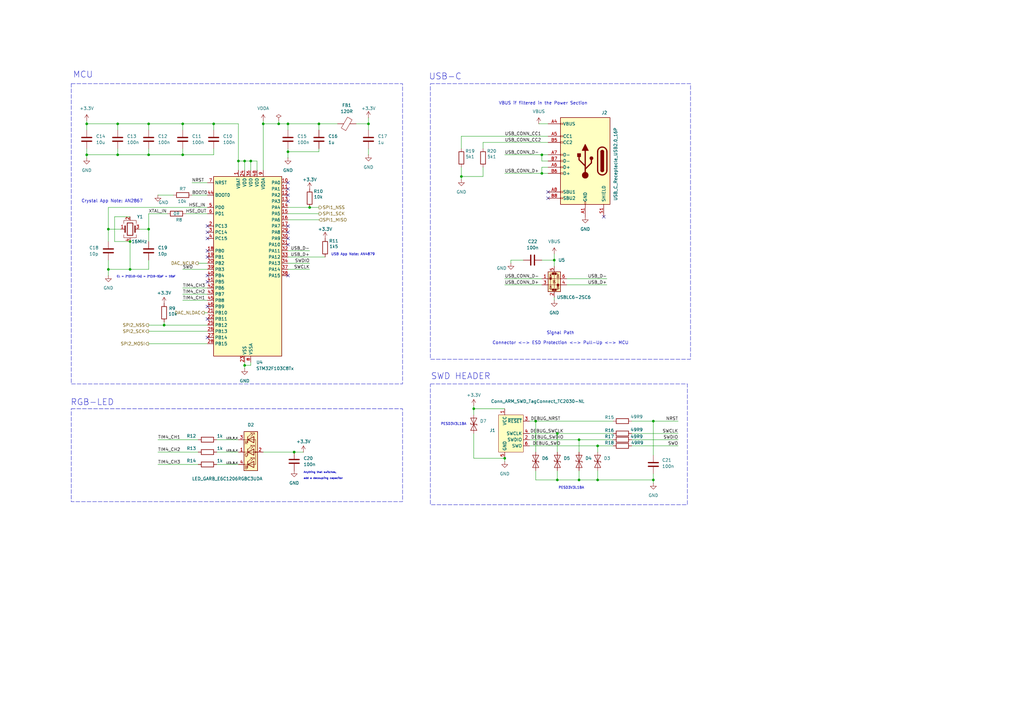
<source format=kicad_sch>
(kicad_sch (version 20231120) (generator "eeschema") (generator_version "8.0")
  (paper "A3")
  (lib_symbols
    (symbol "Connector:Conn_ARM_SWD_TagConnect_TC2030-NL" (in_bom no)
      (property "Reference" "J" (at 2.54 11.43 0))
      (property "Value" "Conn_ARM_SWD_TagConnect_TC2030-NL" (at 2.54 8.89 0))
      (symbol "Conn_ARM_SWD_TagConnect_TC2030-NL_0_0"
        (pin power_in line (at -2.54 10.16 270) (length 2.54) (name "VCC") (number "1"))
        (pin bidirectional line (at 7.62 -2.54 180) (length 2.54) (name "SWDIO") (number "2"))
        (pin open_collector line (at 7.62 5.08 180) (length 2.54) (name "~{RESET}") (number "3"))
        (pin output line (at 7.62 0 180) (length 2.54) (name "SWCLK") (number "4"))
        (pin power_in line (at -2.54 -10.16 90) (length 2.54) (name "GND") (number "5"))
        (pin input line (at 7.62 -5.08 180) (length 2.54) (name "SWO") (number "6"))
      )
      (symbol "Conn_ARM_SWD_TagConnect_TC2030-NL_0_1"
        (rectangle (start -5.08 7.62) (end 5.08 -7.62) (fill (type background)))
      )
    )
    (symbol "Connector:USB_C_Receptacle_USB2.0_16P" (pin_names (offset 1.016))
      (property "Reference" "J" (at 0 22.225 0))
      (property "Value" "USB_C_Receptacle_USB2.0_16P" (at 0 19.685 0))
      (symbol "USB_C_Receptacle_USB2.0_16P_0_0"
        (rectangle (start -0.254 -17.78) (end 0.254 -16.764))
        (rectangle (start 10.16 -14.986) (end 9.144 -15.494))
        (rectangle (start 10.16 -12.446) (end 9.144 -12.954))
        (rectangle (start 10.16 -4.826) (end 9.144 -5.334))
        (rectangle (start 10.16 -2.286) (end 9.144 -2.794))
        (rectangle (start 10.16 0.254) (end 9.144 -0.254))
        (rectangle (start 10.16 2.794) (end 9.144 2.286))
        (rectangle (start 10.16 7.874) (end 9.144 7.366))
        (rectangle (start 10.16 10.414) (end 9.144 9.906))
        (rectangle (start 10.16 15.494) (end 9.144 14.986))
      )
      (symbol "USB_C_Receptacle_USB2.0_16P_0_1"
        (rectangle (start -10.16 17.78) (end 10.16 -17.78) (stroke (width 0.254)) (fill (type background)))
        (arc (start -8.89 -3.81) (mid -6.985 -5.7067) (end -5.08 -3.81) (stroke (width 0.508)))
        (arc (start -7.62 -3.81) (mid -6.985 -4.4423) (end -6.35 -3.81) (stroke (width 0.254)))
        (arc (start -7.62 -3.81) (mid -6.985 -4.4423) (end -6.35 -3.81) (stroke (width 0.254)) (fill (type outline)))
        (rectangle (start -7.62 -3.81) (end -6.35 3.81) (stroke (width 0.254)) (fill (type outline)))
        (arc (start -6.35 3.81) (mid -6.985 4.4423) (end -7.62 3.81) (stroke (width 0.254)))
        (arc (start -6.35 3.81) (mid -6.985 4.4423) (end -7.62 3.81) (stroke (width 0.254)) (fill (type outline)))
        (arc (start -5.08 3.81) (mid -6.985 5.7067) (end -8.89 3.81) (stroke (width 0.508)))
        (circle (center -2.54 1.143) (radius 0.635) (stroke (width 0.254)) (fill (type outline)))
        (circle (center 0 -5.842) (radius 1.27) (fill (type outline)))
        (polyline (pts (xy -8.89 -3.81) (xy -8.89 3.81)) (stroke (width 0.508)))
        (polyline (pts (xy -5.08 3.81) (xy -5.08 -3.81)) (stroke (width 0.508)))
        (polyline (pts (xy 0 -5.842) (xy 0 4.318)) (stroke (width 0.508)))
        (polyline (pts (xy 0 -3.302) (xy -2.54 -0.762) (xy -2.54 0.508)) (stroke (width 0.508)))
        (polyline (pts (xy 0 -2.032) (xy 2.54 0.508) (xy 2.54 1.778)) (stroke (width 0.508)))
        (polyline (pts (xy -1.27 4.318) (xy 0 6.858) (xy 1.27 4.318) (xy -1.27 4.318)) (stroke (width 0.254)) (fill (type outline)))
        (rectangle (start 1.905 1.778) (end 3.175 3.048) (stroke (width 0.254)) (fill (type outline)))
      )
      (symbol "USB_C_Receptacle_USB2.0_16P_1_1"
        (pin passive line (at 0 -22.86 90) (length 5.08) (name "GND") (number "A1"))
        (pin passive line (at 0 -22.86 90) (length 5.08) hide (name "GND") (number "A12"))
        (pin passive line (at 15.24 15.24 180) (length 5.08) (name "VBUS") (number "A4"))
        (pin bidirectional line (at 15.24 10.16 180) (length 5.08) (name "CC1") (number "A5"))
        (pin bidirectional line (at 15.24 -2.54 180) (length 5.08) (name "D+") (number "A6"))
        (pin bidirectional line (at 15.24 2.54 180) (length 5.08) (name "D-") (number "A7"))
        (pin bidirectional line (at 15.24 -12.7 180) (length 5.08) (name "SBU1") (number "A8"))
        (pin passive line (at 15.24 15.24 180) (length 5.08) hide (name "VBUS") (number "A9"))
        (pin passive line (at 0 -22.86 90) (length 5.08) hide (name "GND") (number "B1"))
        (pin passive line (at 0 -22.86 90) (length 5.08) hide (name "GND") (number "B12"))
        (pin passive line (at 15.24 15.24 180) (length 5.08) hide (name "VBUS") (number "B4"))
        (pin bidirectional line (at 15.24 7.62 180) (length 5.08) (name "CC2") (number "B5"))
        (pin bidirectional line (at 15.24 -5.08 180) (length 5.08) (name "D+") (number "B6"))
        (pin bidirectional line (at 15.24 0 180) (length 5.08) (name "D-") (number "B7"))
        (pin bidirectional line (at 15.24 -15.24 180) (length 5.08) (name "SBU2") (number "B8"))
        (pin passive line (at 15.24 15.24 180) (length 5.08) hide (name "VBUS") (number "B9"))
        (pin passive line (at -7.62 -22.86 90) (length 5.08) (name "SHIELD") (number "S1"))
      )
    )
    (symbol "Device:C" (pin_numbers hide) (pin_names (offset 0.254))
      (property "Reference" "C" (at 0.635 2.54 0))
      (property "Value" "C" (at 0.635 -2.54 0))
      (symbol "C_0_1"
        (polyline (pts (xy -2.032 -0.762) (xy 2.032 -0.762)) (stroke (width 0.508)))
        (polyline (pts (xy -2.032 0.762) (xy 2.032 0.762)) (stroke (width 0.508)))
      )
      (symbol "C_1_1"
        (pin passive line (at 0 3.81 270) (length 2.794) (name "~") (number "1"))
        (pin passive line (at 0 -3.81 90) (length 2.794) (name "~") (number "2"))
      )
    )
    (symbol "Device:Crystal_GND24" (pin_names (offset 1.016) hide)
      (property "Reference" "Y" (at 3.175 5.08 0))
      (property "Value" "Crystal_GND24" (at 3.175 3.175 0))
      (symbol "Crystal_GND24_0_1"
        (rectangle (start -1.143 2.54) (end 1.143 -2.54) (stroke (width 0.3048)))
        (polyline (pts (xy -2.54 0) (xy -2.032 0)))
        (polyline (pts (xy -2.032 -1.27) (xy -2.032 1.27)) (stroke (width 0.508)))
        (polyline (pts (xy 0 -3.81) (xy 0 -3.556)))
        (polyline (pts (xy 0 3.556) (xy 0 3.81)))
        (polyline (pts (xy 2.032 -1.27) (xy 2.032 1.27)) (stroke (width 0.508)))
        (polyline (pts (xy 2.032 0) (xy 2.54 0)))
        (polyline (pts (xy -2.54 -2.286) (xy -2.54 -3.556) (xy 2.54 -3.556) (xy 2.54 -2.286)))
        (polyline (pts (xy -2.54 2.286) (xy -2.54 3.556) (xy 2.54 3.556) (xy 2.54 2.286)))
      )
      (symbol "Crystal_GND24_1_1"
        (pin passive line (at -3.81 0 0) (length 1.27) (name "1") (number "1"))
        (pin passive line (at 0 5.08 270) (length 1.27) (name "2") (number "2"))
        (pin passive line (at 3.81 0 180) (length 1.27) (name "3") (number "3"))
        (pin passive line (at 0 -5.08 90) (length 1.27) (name "4") (number "4"))
      )
    )
    (symbol "Device:FerriteBead" (pin_numbers hide) (pin_names (offset 0))
      (property "Reference" "FB" (at -3.81 0.635 90))
      (property "Value" "FerriteBead" (at 3.81 0 90))
      (symbol "FerriteBead_0_1"
        (polyline (pts (xy 0 -1.27) (xy 0 -1.2192)))
        (polyline (pts (xy 0 1.27) (xy 0 1.2954)))
        (polyline (pts (xy -2.7686 0.4064) (xy -1.7018 2.2606) (xy 2.7686 -0.3048) (xy 1.6764 -2.159) (xy -2.7686 0.4064)))
      )
      (symbol "FerriteBead_1_1"
        (pin passive line (at 0 3.81 270) (length 2.54) (name "~") (number "1"))
        (pin passive line (at 0 -3.81 90) (length 2.54) (name "~") (number "2"))
      )
    )
    (symbol "Device:LED_GARB" (pin_names (offset 0) hide)
      (property "Reference" "D" (at 0 9.398 0))
      (property "Value" "LED_GARB" (at 0 -8.89 0))
      (symbol "LED_GARB_0_0"
        (text "B" (at -1.905 -6.35 0) (effects (font (size 1.27 1.27))))
        (text "G" (at -1.905 -1.27 0) (effects (font (size 1.27 1.27))))
        (text "R" (at -1.905 3.81 0) (effects (font (size 1.27 1.27))))
      )
      (symbol "LED_GARB_0_1"
        (polyline (pts (xy -1.27 -5.08) (xy -2.54 -5.08)))
        (polyline (pts (xy -1.27 -5.08) (xy 1.27 -5.08)))
        (polyline (pts (xy -1.27 -3.81) (xy -1.27 -6.35)) (stroke (width 0.254)))
        (polyline (pts (xy -1.27 0) (xy -2.54 0)))
        (polyline (pts (xy -1.27 1.27) (xy -1.27 -1.27)) (stroke (width 0.254)))
        (polyline (pts (xy -1.27 5.08) (xy -2.54 5.08)))
        (polyline (pts (xy -1.27 5.08) (xy 1.27 5.08)))
        (polyline (pts (xy -1.27 6.35) (xy -1.27 3.81)) (stroke (width 0.254)))
        (polyline (pts (xy 1.27 0) (xy -1.27 0)))
        (polyline (pts (xy 1.27 0) (xy 2.54 0)))
        (polyline (pts (xy -1.27 1.27) (xy -1.27 -1.27) (xy -1.27 -1.27)))
        (polyline (pts (xy -1.27 6.35) (xy -1.27 3.81) (xy -1.27 3.81)))
        (polyline (pts (xy 1.27 -5.08) (xy 2.032 -5.08) (xy 2.032 5.08) (xy 1.27 5.08)))
        (polyline (pts (xy 1.27 -3.81) (xy 1.27 -6.35) (xy -1.27 -5.08) (xy 1.27 -3.81)) (stroke (width 0.254)))
        (polyline (pts (xy 1.27 1.27) (xy 1.27 -1.27) (xy -1.27 0) (xy 1.27 1.27)) (stroke (width 0.254)))
        (polyline (pts (xy 1.27 6.35) (xy 1.27 3.81) (xy -1.27 5.08) (xy 1.27 6.35)) (stroke (width 0.254)))
        (polyline (pts (xy -1.016 -3.81) (xy 0.508 -2.286) (xy -0.254 -2.286) (xy 0.508 -2.286) (xy 0.508 -3.048)))
        (polyline (pts (xy -1.016 1.27) (xy 0.508 2.794) (xy -0.254 2.794) (xy 0.508 2.794) (xy 0.508 2.032)))
        (polyline (pts (xy -1.016 6.35) (xy 0.508 7.874) (xy -0.254 7.874) (xy 0.508 7.874) (xy 0.508 7.112)))
        (polyline (pts (xy 0 -3.81) (xy 1.524 -2.286) (xy 0.762 -2.286) (xy 1.524 -2.286) (xy 1.524 -3.048)))
        (polyline (pts (xy 0 1.27) (xy 1.524 2.794) (xy 0.762 2.794) (xy 1.524 2.794) (xy 1.524 2.032)))
        (polyline (pts (xy 0 6.35) (xy 1.524 7.874) (xy 0.762 7.874) (xy 1.524 7.874) (xy 1.524 7.112)))
        (rectangle (start 1.27 -1.27) (end 1.27 1.27))
        (rectangle (start 1.27 1.27) (end 1.27 1.27))
        (rectangle (start 1.27 3.81) (end 1.27 6.35))
        (rectangle (start 1.27 6.35) (end 1.27 6.35))
        (circle (center 2.032 0) (radius 0.254) (fill (type outline)))
        (rectangle (start 2.794 8.382) (end -2.794 -7.62) (stroke (width 0.254)) (fill (type background)))
      )
      (symbol "LED_GARB_1_1"
        (pin passive line (at -5.08 0 0) (length 2.54) (name "GK") (number "1"))
        (pin passive line (at 5.08 0 180) (length 2.54) (name "A") (number "2"))
        (pin passive line (at -5.08 5.08 0) (length 2.54) (name "RK") (number "3"))
        (pin passive line (at -5.08 -5.08 0) (length 2.54) (name "BK") (number "4"))
      )
    )
    (symbol "Device:R" (pin_numbers hide) (pin_names (offset 0))
      (property "Reference" "R" (at 2.032 0 90))
      (property "Value" "R" (at 0 0 90))
      (symbol "R_0_1"
        (rectangle (start -1.016 -2.54) (end 1.016 2.54) (stroke (width 0.254)))
      )
      (symbol "R_1_1"
        (pin passive line (at 0 3.81 270) (length 1.27) (name "~") (number "1"))
        (pin passive line (at 0 -3.81 90) (length 1.27) (name "~") (number "2"))
      )
    )
    (symbol "Diode:ESD9B3.3ST5G" (pin_numbers hide) (pin_names (offset 1.016) hide)
      (property "Reference" "D" (at 0 2.54 0))
      (property "Value" "ESD9B3.3ST5G" (at 0 -2.54 0))
      (symbol "ESD9B3.3ST5G_0_1"
        (polyline (pts (xy 1.27 0) (xy -1.27 0)))
        (polyline (pts (xy -2.54 -1.27) (xy 0 0) (xy -2.54 1.27) (xy -2.54 -1.27)) (stroke (width 0.2032)))
        (polyline (pts (xy 0.508 1.27) (xy 0 1.27) (xy 0 -1.27) (xy -0.508 -1.27)) (stroke (width 0.2032)))
        (polyline (pts (xy 2.54 1.27) (xy 2.54 -1.27) (xy 0 0) (xy 2.54 1.27)) (stroke (width 0.2032)))
      )
      (symbol "ESD9B3.3ST5G_1_1"
        (pin passive line (at -3.81 0 0) (length 2.54) (name "A1") (number "1"))
        (pin passive line (at 3.81 0 180) (length 2.54) (name "A2") (number "2"))
      )
    )
    (symbol "MCU_ST_STM32F1:STM32F103C8Tx"
      (property "Reference" "U" (at -12.7 39.37 0))
      (property "Value" "STM32F103C8Tx" (at 10.16 39.37 0))
      (symbol "STM32F103C8Tx_0_1"
        (rectangle (start -12.7 -35.56) (end 15.24 38.1) (stroke (width 0.254)) (fill (type background)))
      )
      (symbol "STM32F103C8Tx_1_1"
        (pin power_in line (at -2.54 40.64 270) (length 2.54) (name "VBAT") (number "1"))
        (pin bidirectional line (at 17.78 35.56 180) (length 2.54) (name "PA0") (number "10"))
        (pin bidirectional line (at 17.78 33.02 180) (length 2.54) (name "PA1") (number "11"))
        (pin bidirectional line (at 17.78 30.48 180) (length 2.54) (name "PA2") (number "12"))
        (pin bidirectional line (at 17.78 27.94 180) (length 2.54) (name "PA3") (number "13"))
        (pin bidirectional line (at 17.78 25.4 180) (length 2.54) (name "PA4") (number "14"))
        (pin bidirectional line (at 17.78 22.86 180) (length 2.54) (name "PA5") (number "15"))
        (pin bidirectional line (at 17.78 20.32 180) (length 2.54) (name "PA6") (number "16"))
        (pin bidirectional line (at 17.78 17.78 180) (length 2.54) (name "PA7") (number "17"))
        (pin bidirectional line (at -15.24 7.62 0) (length 2.54) (name "PB0") (number "18"))
        (pin bidirectional line (at -15.24 5.08 0) (length 2.54) (name "PB1") (number "19"))
        (pin bidirectional line (at -15.24 17.78 0) (length 2.54) (name "PC13") (number "2"))
        (pin bidirectional line (at -15.24 2.54 0) (length 2.54) (name "PB2") (number "20"))
        (pin bidirectional line (at -15.24 -17.78 0) (length 2.54) (name "PB10") (number "21"))
        (pin bidirectional line (at -15.24 -20.32 0) (length 2.54) (name "PB11") (number "22"))
        (pin power_in line (at 0 -38.1 90) (length 2.54) (name "VSS") (number "23"))
        (pin power_in line (at 0 40.64 270) (length 2.54) (name "VDD") (number "24"))
        (pin bidirectional line (at -15.24 -22.86 0) (length 2.54) (name "PB12") (number "25"))
        (pin bidirectional line (at -15.24 -25.4 0) (length 2.54) (name "PB13") (number "26"))
        (pin bidirectional line (at -15.24 -27.94 0) (length 2.54) (name "PB14") (number "27"))
        (pin bidirectional line (at -15.24 -30.48 0) (length 2.54) (name "PB15") (number "28"))
        (pin bidirectional line (at 17.78 15.24 180) (length 2.54) (name "PA8") (number "29"))
        (pin bidirectional line (at -15.24 15.24 0) (length 2.54) (name "PC14") (number "3"))
        (pin bidirectional line (at 17.78 12.7 180) (length 2.54) (name "PA9") (number "30"))
        (pin bidirectional line (at 17.78 10.16 180) (length 2.54) (name "PA10") (number "31"))
        (pin bidirectional line (at 17.78 7.62 180) (length 2.54) (name "PA11") (number "32"))
        (pin bidirectional line (at 17.78 5.08 180) (length 2.54) (name "PA12") (number "33"))
        (pin bidirectional line (at 17.78 2.54 180) (length 2.54) (name "PA13") (number "34"))
        (pin passive line (at 0 -38.1 90) (length 2.54) hide (name "VSS") (number "35"))
        (pin power_in line (at 2.54 40.64 270) (length 2.54) (name "VDD") (number "36"))
        (pin bidirectional line (at 17.78 0 180) (length 2.54) (name "PA14") (number "37"))
        (pin bidirectional line (at 17.78 -2.54 180) (length 2.54) (name "PA15") (number "38"))
        (pin bidirectional line (at -15.24 0 0) (length 2.54) (name "PB3") (number "39"))
        (pin bidirectional line (at -15.24 12.7 0) (length 2.54) (name "PC15") (number "4"))
        (pin bidirectional line (at -15.24 -2.54 0) (length 2.54) (name "PB4") (number "40"))
        (pin bidirectional line (at -15.24 -5.08 0) (length 2.54) (name "PB5") (number "41"))
        (pin bidirectional line (at -15.24 -7.62 0) (length 2.54) (name "PB6") (number "42"))
        (pin bidirectional line (at -15.24 -10.16 0) (length 2.54) (name "PB7") (number "43"))
        (pin input line (at -15.24 30.48 0) (length 2.54) (name "BOOT0") (number "44"))
        (pin bidirectional line (at -15.24 -12.7 0) (length 2.54) (name "PB8") (number "45"))
        (pin bidirectional line (at -15.24 -15.24 0) (length 2.54) (name "PB9") (number "46"))
        (pin passive line (at 0 -38.1 90) (length 2.54) hide (name "VSS") (number "47"))
        (pin power_in line (at 5.08 40.64 270) (length 2.54) (name "VDD") (number "48"))
        (pin bidirectional line (at -15.24 25.4 0) (length 2.54) (name "PD0") (number "5"))
        (pin bidirectional line (at -15.24 22.86 0) (length 2.54) (name "PD1") (number "6"))
        (pin input line (at -15.24 35.56 0) (length 2.54) (name "NRST") (number "7"))
        (pin power_in line (at 2.54 -38.1 90) (length 2.54) (name "VSSA") (number "8"))
        (pin power_in line (at 7.62 40.64 270) (length 2.54) (name "VDDA") (number "9"))
      )
    )
    (symbol "Power_Protection:USBLC6-2SC6" (pin_names hide)
      (property "Reference" "U" (at 0.635 5.715 0))
      (property "Value" "USBLC6-2SC6" (at 0.635 3.81 0))
      (symbol "USBLC6-2SC6_0_0"
        (circle (center -1.524 0) (radius 0.0001) (stroke (width 0.508)))
        (circle (center -0.508 -4.572) (radius 0.0001) (stroke (width 0.508)))
        (circle (center -0.508 2.032) (radius 0.0001) (stroke (width 0.508)))
        (circle (center 0.508 -4.572) (radius 0.0001) (stroke (width 0.508)))
        (circle (center 0.508 2.032) (radius 0.0001) (stroke (width 0.508)))
        (circle (center 1.524 -2.54) (radius 0.0001) (stroke (width 0.508)))
      )
      (symbol "USBLC6-2SC6_0_1"
        (polyline (pts (xy -2.54 -2.54) (xy 2.54 -2.54)))
        (polyline (pts (xy -2.54 0) (xy 2.54 0)))
        (polyline (pts (xy -2.032 -3.048) (xy -1.016 -3.048)))
        (polyline (pts (xy -1.016 1.524) (xy -2.032 1.524)))
        (polyline (pts (xy 1.016 -3.048) (xy 2.032 -3.048)))
        (polyline (pts (xy 1.016 1.524) (xy 2.032 1.524)))
        (polyline (pts (xy -0.508 -1.143) (xy -0.508 -0.762) (xy 0.508 -0.762)))
        (polyline (pts (xy -2.032 0.508) (xy -1.016 0.508) (xy -1.524 1.524) (xy -2.032 0.508)))
        (polyline (pts (xy -1.016 -4.064) (xy -2.032 -4.064) (xy -1.524 -3.048) (xy -1.016 -4.064)))
        (polyline (pts (xy 0.508 -1.778) (xy -0.508 -1.778) (xy 0 -0.762) (xy 0.508 -1.778)))
        (polyline (pts (xy 2.032 -4.064) (xy 1.016 -4.064) (xy 1.524 -3.048) (xy 2.032 -4.064)))
        (polyline (pts (xy 2.032 0.508) (xy 1.016 0.508) (xy 1.524 1.524) (xy 2.032 0.508)))
        (polyline (pts (xy 0 2.54) (xy -0.508 2.032) (xy 0.508 2.032) (xy 0 1.524) (xy 0 -4.064) (xy -0.508 -4.572) (xy 0.508 -4.572) (xy 0 -5.08)))
      )
      (symbol "USBLC6-2SC6_1_1"
        (rectangle (start -2.54 2.794) (end 2.54 -5.334) (stroke (width 0.254)) (fill (type background)))
        (polyline (pts (xy -0.508 2.032) (xy -1.524 2.032) (xy -1.524 -4.572) (xy -0.508 -4.572)))
        (polyline (pts (xy 0.508 -4.572) (xy 1.524 -4.572) (xy 1.524 2.032) (xy 0.508 2.032)))
        (pin passive line (at -5.08 0 0) (length 2.54) (name "I/O1") (number "1"))
        (pin passive line (at 0 -7.62 90) (length 2.54) (name "GND") (number "2"))
        (pin passive line (at -5.08 -2.54 0) (length 2.54) (name "I/O2") (number "3"))
        (pin passive line (at 5.08 -2.54 180) (length 2.54) (name "I/O2") (number "4"))
        (pin passive line (at 0 5.08 270) (length 2.54) (name "VBUS") (number "5"))
        (pin passive line (at 5.08 0 180) (length 2.54) (name "I/O1") (number "6"))
      )
    )
    (symbol "power:+3.3V" (power) (pin_numbers hide) (pin_names (offset 0) hide)
      (property "Value" "+3.3V" (at 0 3.556 0))
      (symbol "+3.3V_0_1"
        (polyline (pts (xy -0.762 1.27) (xy 0 2.54)))
        (polyline (pts (xy 0 0) (xy 0 2.54)))
        (polyline (pts (xy 0 2.54) (xy 0.762 1.27)))
      )
      (symbol "+3.3V_1_1"
        (pin power_in line (at 0 0 90) (length 0) (name "~") (number "1"))
      )
    )
    (symbol "power:GND" (power) (pin_numbers hide) (pin_names (offset 0) hide)
      (property "Value" "GND" (at 0 -3.81 0))
      (symbol "GND_0_1"
        (polyline (pts (xy 0 0) (xy 0 -1.27) (xy 1.27 -1.27) (xy 0 -2.54) (xy -1.27 -1.27) (xy 0 -1.27)))
      )
      (symbol "GND_1_1"
        (pin power_in line (at 0 0 270) (length 0) (name "~") (number "1"))
      )
    )
    (symbol "power:PWR_FLAG" (power) (pin_numbers hide) (pin_names (offset 0) hide)
      (property "Value" "PWR_FLAG" (at 0 3.81 0))
      (symbol "PWR_FLAG_0_0"
        (pin power_out line (at 0 0 90) (length 0) (name "~") (number "1"))
      )
      (symbol "PWR_FLAG_0_1"
        (polyline (pts (xy 0 0) (xy 0 1.27) (xy -1.016 1.905) (xy 0 2.54) (xy 1.016 1.905) (xy 0 1.27)))
      )
    )
    (symbol "power:VBUS" (power) (pin_numbers hide) (pin_names (offset 0) hide)
      (property "Value" "VBUS" (at 0 3.556 0))
      (symbol "VBUS_0_1"
        (polyline (pts (xy -0.762 1.27) (xy 0 2.54)))
        (polyline (pts (xy 0 0) (xy 0 2.54)))
        (polyline (pts (xy 0 2.54) (xy 0.762 1.27)))
      )
      (symbol "VBUS_1_1"
        (pin power_in line (at 0 0 90) (length 0) (name "~") (number "1"))
      )
    )
    (symbol "power:VDDA" (power) (pin_numbers hide) (pin_names (offset 0) hide)
      (property "Value" "VDDA" (at 0 3.556 0))
      (symbol "VDDA_0_1"
        (polyline (pts (xy -0.762 1.27) (xy 0 2.54)))
        (polyline (pts (xy 0 0) (xy 0 2.54)))
        (polyline (pts (xy 0 2.54) (xy 0.762 1.27)))
      )
      (symbol "VDDA_1_1"
        (pin power_in line (at 0 0 90) (length 0) (name "~") (number "1"))
      )
    )
  )
  (junction (at 127 85.09))
  (junction (at 130.81 50.8))
  (junction (at 222.25 63.5))
  (junction (at 222.25 71.12))
  (junction (at 60.96 63.5))
  (junction (at 74.93 50.8))
  (junction (at 151.13 50.8))
  (junction (at 102.87 66.04))
  (junction (at 237.49 196.85))
  (junction (at 207.01 187.96))
  (junction (at 245.11 182.88))
  (junction (at 118.11 62.23))
  (junction (at 35.56 50.8))
  (junction (at 44.45 93.98))
  (junction (at 267.97 172.72))
  (junction (at 267.97 196.85))
  (junction (at 219.71 172.72))
  (junction (at 118.11 50.8))
  (junction (at 48.26 63.5))
  (junction (at 60.96 50.8))
  (junction (at 245.11 196.85))
  (junction (at 114.3 50.8))
  (junction (at 67.31 133.35))
  (junction (at 74.93 63.5))
  (junction (at 48.26 50.8))
  (junction (at 53.34 110.49))
  (junction (at 100.33 66.04))
  (junction (at 53.34 99.06))
  (junction (at 120.65 185.42))
  (junction (at 35.56 63.5))
  (junction (at 227.33 106.68))
  (junction (at 97.79 66.04))
  (junction (at 228.6 177.8))
  (junction (at 60.96 93.98))
  (junction (at 100.33 149.86))
  (junction (at 228.6 196.85))
  (junction (at 87.63 50.8))
  (junction (at 194.31 167.64))
  (junction (at 44.45 110.49))
  (junction (at 237.49 180.34))
  (junction (at 189.23 72.39))
  (junction (at 107.95 50.8))
  (no_connect (at 85.09 97.79))
  (no_connect (at 118.11 74.93))
  (no_connect (at 224.79 81.28))
  (no_connect (at 224.79 78.74))
  (no_connect (at 118.11 77.47))
  (no_connect (at 118.11 80.01))
  (no_connect (at 118.11 92.71))
  (no_connect (at 85.09 115.57))
  (no_connect (at 85.09 130.81))
  (no_connect (at 118.11 100.33))
  (no_connect (at 85.09 102.87))
  (no_connect (at 85.09 138.43))
  (no_connect (at 85.09 113.03))
  (no_connect (at 118.11 95.25))
  (no_connect (at 85.09 92.71))
  (no_connect (at 85.09 95.25))
  (no_connect (at 118.11 97.79))
  (no_connect (at 247.65 88.9))
  (no_connect (at 85.09 125.73))
  (no_connect (at 118.11 82.55))
  (no_connect (at 118.11 113.03))
  (no_connect (at 85.09 105.41))
  (wire (pts (xy 87.63 63.5) (xy 74.93 63.5)))
  (wire (pts (xy 217.17 172.72) (xy 219.71 172.72)))
  (wire (pts (xy 217.17 180.34) (xy 237.49 180.34)))
  (wire (pts (xy 220.98 50.8) (xy 224.79 50.8)))
  (wire (pts (xy 107.95 49.53) (xy 107.95 50.8)))
  (wire (pts (xy 219.71 172.72) (xy 251.46 172.72)))
  (wire (pts (xy 74.93 60.96) (xy 74.93 63.5)))
  (wire (pts (xy 48.26 60.96) (xy 48.26 63.5)))
  (wire (pts (xy 60.96 50.8) (xy 74.93 50.8)))
  (wire (pts (xy 48.26 50.8) (xy 60.96 50.8)))
  (wire (pts (xy 67.31 133.35) (xy 85.09 133.35)))
  (wire (pts (xy 151.13 48.26) (xy 151.13 50.8)))
  (wire (pts (xy 219.71 172.72) (xy 219.71 185.42)))
  (wire (pts (xy 53.34 110.49) (xy 60.96 110.49)))
  (wire (pts (xy 189.23 72.39) (xy 189.23 73.66)))
  (wire (pts (xy 46.99 88.9) (xy 53.34 88.9)))
  (wire (pts (xy 228.6 177.8) (xy 228.6 185.42)))
  (wire (pts (xy 259.08 172.72) (xy 267.97 172.72)))
  (wire (pts (xy 259.08 182.88) (xy 278.13 182.88)))
  (wire (pts (xy 228.6 177.8) (xy 251.46 177.8)))
  (wire (pts (xy 189.23 60.96) (xy 189.23 55.88)))
  (wire (pts (xy 245.11 193.04) (xy 245.11 196.85)))
  (wire (pts (xy 194.31 167.64) (xy 194.31 170.18)))
  (wire (pts (xy 130.81 90.17) (xy 118.11 90.17)))
  (wire (pts (xy 100.33 69.85) (xy 100.33 66.04)))
  (wire (pts (xy 48.26 53.34) (xy 48.26 50.8)))
  (wire (pts (xy 248.92 114.3) (xy 232.41 114.3)))
  (wire (pts (xy 74.93 123.19) (xy 85.09 123.19)))
  (wire (pts (xy 102.87 69.85) (xy 102.87 66.04)))
  (wire (pts (xy 88.9 190.5) (xy 97.79 190.5)))
  (wire (pts (xy 87.63 50.8) (xy 87.63 53.34)))
  (wire (pts (xy 60.96 135.89) (xy 85.09 135.89)))
  (wire (pts (xy 267.97 172.72) (xy 267.97 186.69)))
  (wire (pts (xy 227.33 106.68) (xy 227.33 109.22)))
  (wire (pts (xy 60.96 106.68) (xy 60.96 110.49)))
  (wire (pts (xy 102.87 149.86) (xy 100.33 149.86)))
  (wire (pts (xy 105.41 69.85) (xy 105.41 66.04)))
  (wire (pts (xy 64.77 180.34) (xy 81.28 180.34)))
  (wire (pts (xy 189.23 55.88) (xy 224.79 55.88)))
  (wire (pts (xy 118.11 105.41) (xy 133.35 105.41)))
  (wire (pts (xy 44.45 85.09) (xy 85.09 85.09)))
  (wire (pts (xy 44.45 85.09) (xy 44.45 93.98)))
  (wire (pts (xy 107.95 50.8) (xy 114.3 50.8)))
  (wire (pts (xy 130.81 50.8) (xy 138.43 50.8)))
  (wire (pts (xy 237.49 180.34) (xy 237.49 185.42)))
  (wire (pts (xy 87.63 50.8) (xy 97.79 50.8)))
  (wire (pts (xy 207.01 187.96) (xy 207.01 189.23)))
  (wire (pts (xy 259.08 180.34) (xy 278.13 180.34)))
  (wire (pts (xy 228.6 196.85) (xy 237.49 196.85)))
  (wire (pts (xy 60.96 87.63) (xy 60.96 93.98)))
  (wire (pts (xy 78.74 80.01) (xy 85.09 80.01)))
  (wire (pts (xy 67.31 132.08) (xy 67.31 133.35)))
  (wire (pts (xy 248.92 116.84) (xy 232.41 116.84)))
  (wire (pts (xy 198.12 58.42) (xy 224.79 58.42)))
  (wire (pts (xy 60.96 60.96) (xy 60.96 63.5)))
  (wire (pts (xy 209.55 107.95) (xy 209.55 106.68)))
  (wire (pts (xy 224.79 66.04) (xy 222.25 66.04)))
  (wire (pts (xy 48.26 63.5) (xy 60.96 63.5)))
  (wire (pts (xy 198.12 58.42) (xy 198.12 60.96)))
  (wire (pts (xy 74.93 118.11) (xy 85.09 118.11)))
  (wire (pts (xy 189.23 68.58) (xy 189.23 72.39)))
  (wire (pts (xy 245.11 196.85) (xy 267.97 196.85)))
  (wire (pts (xy 78.74 74.93) (xy 85.09 74.93)))
  (wire (pts (xy 227.33 121.92) (xy 227.33 123.19)))
  (wire (pts (xy 60.96 133.35) (xy 67.31 133.35)))
  (wire (pts (xy 74.93 50.8) (xy 87.63 50.8)))
  (wire (pts (xy 120.65 185.42) (xy 124.46 185.42)))
  (wire (pts (xy 97.79 66.04) (xy 100.33 66.04)))
  (wire (pts (xy 107.95 185.42) (xy 120.65 185.42)))
  (wire (pts (xy 44.45 110.49) (xy 53.34 110.49)))
  (wire (pts (xy 60.96 87.63) (xy 68.58 87.63)))
  (wire (pts (xy 237.49 180.34) (xy 251.46 180.34)))
  (wire (pts (xy 217.17 182.88) (xy 245.11 182.88)))
  (wire (pts (xy 222.25 63.5) (xy 224.79 63.5)))
  (wire (pts (xy 118.11 62.23) (xy 130.81 62.23)))
  (wire (pts (xy 130.81 62.23) (xy 130.81 60.96)))
  (wire (pts (xy 64.77 190.5) (xy 81.28 190.5)))
  (wire (pts (xy 194.31 177.8) (xy 194.31 187.96)))
  (wire (pts (xy 127 102.87) (xy 118.11 102.87)))
  (wire (pts (xy 114.3 49.53) (xy 114.3 50.8)))
  (wire (pts (xy 74.93 50.8) (xy 74.93 53.34)))
  (wire (pts (xy 151.13 53.34) (xy 151.13 50.8)))
  (wire (pts (xy 60.96 93.98) (xy 60.96 99.06)))
  (wire (pts (xy 74.93 120.65) (xy 85.09 120.65)))
  (wire (pts (xy 46.99 88.9) (xy 46.99 99.06)))
  (wire (pts (xy 88.9 180.34) (xy 97.79 180.34)))
  (wire (pts (xy 88.9 185.42) (xy 97.79 185.42)))
  (wire (pts (xy 81.28 107.95) (xy 85.09 107.95)))
  (wire (pts (xy 35.56 49.53) (xy 35.56 50.8)))
  (wire (pts (xy 245.11 182.88) (xy 251.46 182.88)))
  (wire (pts (xy 118.11 60.96) (xy 118.11 62.23)))
  (wire (pts (xy 44.45 106.68) (xy 44.45 110.49)))
  (wire (pts (xy 194.31 166.37) (xy 194.31 167.64)))
  (wire (pts (xy 267.97 196.85) (xy 267.97 194.31)))
  (wire (pts (xy 60.96 63.5) (xy 74.93 63.5)))
  (wire (pts (xy 267.97 198.12) (xy 267.97 196.85)))
  (wire (pts (xy 198.12 68.58) (xy 198.12 72.39)))
  (wire (pts (xy 107.95 50.8) (xy 107.95 69.85)))
  (wire (pts (xy 105.41 66.04) (xy 102.87 66.04)))
  (wire (pts (xy 97.79 66.04) (xy 97.79 69.85)))
  (wire (pts (xy 44.45 93.98) (xy 44.45 99.06)))
  (wire (pts (xy 207.01 63.5) (xy 222.25 63.5)))
  (wire (pts (xy 44.45 110.49) (xy 44.45 113.03)))
  (wire (pts (xy 64.77 185.42) (xy 81.28 185.42)))
  (wire (pts (xy 127 110.49) (xy 118.11 110.49)))
  (wire (pts (xy 87.63 60.96) (xy 87.63 63.5)))
  (wire (pts (xy 227.33 104.14) (xy 227.33 106.68)))
  (wire (pts (xy 219.71 193.04) (xy 219.71 196.85)))
  (wire (pts (xy 76.2 87.63) (xy 85.09 87.63)))
  (wire (pts (xy 114.3 50.8) (xy 118.11 50.8)))
  (wire (pts (xy 35.56 63.5) (xy 35.56 64.77)))
  (wire (pts (xy 222.25 66.04) (xy 222.25 63.5)))
  (wire (pts (xy 48.26 50.8) (xy 35.56 50.8)))
  (wire (pts (xy 118.11 62.23) (xy 118.11 64.77)))
  (wire (pts (xy 57.15 93.98) (xy 60.96 93.98)))
  (wire (pts (xy 130.81 85.09) (xy 127 85.09)))
  (wire (pts (xy 100.33 149.86) (xy 100.33 151.13)))
  (wire (pts (xy 194.31 187.96) (xy 207.01 187.96)))
  (wire (pts (xy 146.05 50.8) (xy 151.13 50.8)))
  (wire (pts (xy 237.49 196.85) (xy 245.11 196.85)))
  (wire (pts (xy 130.81 87.63) (xy 118.11 87.63)))
  (wire (pts (xy 207.01 116.84) (xy 222.25 116.84)))
  (wire (pts (xy 53.34 99.06) (xy 53.34 110.49)))
  (wire (pts (xy 102.87 148.59) (xy 102.87 149.86)))
  (wire (pts (xy 60.96 140.97) (xy 85.09 140.97)))
  (wire (pts (xy 219.71 196.85) (xy 228.6 196.85)))
  (wire (pts (xy 35.56 63.5) (xy 48.26 63.5)))
  (wire (pts (xy 237.49 193.04) (xy 237.49 196.85)))
  (wire (pts (xy 198.12 72.39) (xy 189.23 72.39)))
  (wire (pts (xy 194.31 167.64) (xy 207.01 167.64)))
  (wire (pts (xy 224.79 68.58) (xy 222.25 68.58)))
  (wire (pts (xy 127 107.95) (xy 118.11 107.95)))
  (wire (pts (xy 207.01 71.12) (xy 222.25 71.12)))
  (wire (pts (xy 118.11 53.34) (xy 118.11 50.8)))
  (wire (pts (xy 259.08 177.8) (xy 278.13 177.8)))
  (wire (pts (xy 151.13 60.96) (xy 151.13 63.5)))
  (wire (pts (xy 35.56 60.96) (xy 35.56 63.5)))
  (wire (pts (xy 267.97 172.72) (xy 278.13 172.72)))
  (wire (pts (xy 60.96 53.34) (xy 60.96 50.8)))
  (wire (pts (xy 245.11 182.88) (xy 245.11 185.42)))
  (wire (pts (xy 44.45 93.98) (xy 49.53 93.98)))
  (wire (pts (xy 222.25 106.68) (xy 227.33 106.68)))
  (wire (pts (xy 74.93 110.49) (xy 85.09 110.49)))
  (wire (pts (xy 100.33 148.59) (xy 100.33 149.86)))
  (wire (pts (xy 228.6 193.04) (xy 228.6 196.85)))
  (wire (pts (xy 35.56 50.8) (xy 35.56 53.34)))
  (wire (pts (xy 118.11 50.8) (xy 130.81 50.8)))
  (wire (pts (xy 222.25 68.58) (xy 222.25 71.12)))
  (wire (pts (xy 222.25 71.12) (xy 224.79 71.12)))
  (wire (pts (xy 130.81 53.34) (xy 130.81 50.8)))
  (wire (pts (xy 127 85.09) (xy 118.11 85.09)))
  (wire (pts (xy 64.77 80.01) (xy 71.12 80.01)))
  (wire (pts (xy 97.79 66.04) (xy 97.79 50.8)))
  (wire (pts (xy 217.17 177.8) (xy 228.6 177.8)))
  (wire (pts (xy 100.33 66.04) (xy 102.87 66.04)))
  (wire (pts (xy 207.01 114.3) (xy 222.25 114.3)))
  (wire (pts (xy 46.99 99.06) (xy 53.34 99.06)))
  (wire (pts (xy 209.55 106.68) (xy 214.63 106.68)))
  (wire (pts (xy 83.82 128.27) (xy 85.09 128.27)))
  (rectangle (start 29.21 34.29) (end 165.1 157.48) (stroke (width 0) (type dash)))
  (rectangle (start 29.21 167.64) (end 165.1 205.74) (stroke (width 0) (type dash)))
  (rectangle (start 176.53 34.29) (end 283.21 147.32) (stroke (width 0) (type dash)))
  (rectangle (start 176.53 157.48) (end 281.94 207.01) (stroke (width 0) (type dash)))
  (text "PESD3V3L1BA " (at 234.696 200.152 0) (effects (font (size 1.016 1.016))))
  (text "PESD3V3L1BA " (at 186.436 173.99 0) (effects (font (size 1.016 1.016))))
  (text "Anything that switches,\n\nadd a decoupling capacitor" (at 124.46 195.072 0) (effects (font (size 0.762 0.762)) (justify left)))
  (text "USB App Note: AN4879" (at 144.78 104.394 0) (effects (font (size 1.016 1.016))))
  (text "MCU" (at 34.036 30.734 0) (effects (font (size 2.54 2.54))))
  (text "CL = 2*(CLO-Cs) = 2*(10-5)pF = 10pF" (at 59.944 113.538 0) (effects (font (size 0.762 0.762))))
  (text "Crystal App Note: AN2867" (at 45.974 82.55 0) (effects (font (size 1.27 1.27))))
  (text "USB-C" (at 182.626 31.496 0) (effects (font (size 2.54 2.54))))
  (text "VBUS if filtered in the Power Section" (at 222.758 42.418 0) (effects (font (size 1.27 1.27))))
  (text "SWD HEADER" (at 188.976 154.432 0) (effects (font (size 2.54 2.54))))
  (text "Signal Path\n\nConnector <-> ESD Protection <-> Pull-Up <-> MCU" (at 229.87 138.684 0) (effects (font (size 1.27 1.27))))
  (text "RGB-LED" (at 37.846 165.1 0) (effects (font (size 2.54 2.54))))
  (label "SWDIO" (at 278.13 180.34 180))
  (label "DEBUG_SWDIO" (at 231.14 180.34 180))
  (label "USB_CONN_D+" (at 207.01 116.84 0))
  (label "USB_D+" (at 127 105.41 180))
  (label "USB_D-" (at 248.92 114.3 180))
  (label "USB_CONN_D-" (at 207.01 63.5 0))
  (label "NRST" (at 278.13 172.72 180))
  (label "USB_CONN_D-" (at 207.01 114.3 0))
  (label "DEBUG_NRST" (at 229.87 172.72 180))
  (label "SWDIO" (at 127 107.95 180))
  (label "XTAL_IN" (at 60.96 87.63 0))
  (label "TIM4_CH2" (at 74.93 120.65 0))
  (label "DEBUG_SWO" (at 229.87 182.88 180))
  (label "USB_CONN_CC1" (at 207.01 55.88 0))
  (label "USB_CONN_CC2" (at 207.01 58.42 0))
  (label "NRST" (at 78.74 74.93 0))
  (label "LED_R_K" (at 92.71 180.34 0) (effects (font (size 0.762 0.762))))
  (label "SWO" (at 278.13 182.88 180))
  (label "BOOT0" (at 78.74 80.01 0))
  (label "USB_CONN_D+" (at 207.01 71.12 0))
  (label "USB_D+" (at 248.92 116.84 180))
  (label "SWCLK" (at 127 110.49 180))
  (label "HSE_OUT" (at 76.2 87.63 0))
  (label "SWO" (at 74.93 110.49 0))
  (label "TIM4_CH2" (at 64.77 185.42 0))
  (label "DEBUG_SWCLK" (at 231.14 177.8 180))
  (label "TIM4_CH3" (at 74.93 118.11 0))
  (label "TIM4_CH1" (at 64.77 180.34 0))
  (label "TIM4_CH1" (at 74.93 123.19 0))
  (label "LED_G_K" (at 92.71 185.42 0) (effects (font (size 0.762 0.762))))
  (label "LED_B_K" (at 92.71 190.5 0) (effects (font (size 0.762 0.762))))
  (label "HSE_IN" (at 77.47 85.09 0))
  (label "USB_D-" (at 127 102.87 180))
  (label "TIM4_CH3" (at 64.77 190.5 0))
  (label "SWCLK" (at 278.13 177.8 180))
  (hierarchical_label "SPI2_NSS" (shape output) (at 60.96 133.35 180))
  (hierarchical_label "SPI2_MOSI" (shape output) (at 60.96 140.97 180))
  (hierarchical_label "SPI1_NSS" (shape output) (at 130.81 85.09 0))
  (hierarchical_label "DAC_NCLR" (shape output) (at 81.28 107.95 180))
  (hierarchical_label "SPI1_SCK" (shape output) (at 130.81 87.63 0))
  (hierarchical_label "SPI1_MISO" (shape input) (at 130.81 90.17 0))
  (hierarchical_label "SPI2_SCK" (shape output) (at 60.96 135.89 180))
  (hierarchical_label "DAC_NLDAC" (shape output) (at 83.82 128.27 180))
  (symbol (lib_id "Device:R") (at 67.31 128.27 180) (unit 1)
    (property "Reference" "R9" (at 70.612 126.492 0))
    (property "Value" "10k" (at 70.866 128.778 0))
    (property "Footprint" "Resistor_SMD:R_0402_1005Metric" (effects (hide yes)))
    (property "Description" "Resistor" (effects (hide yes)))
  )
  (symbol (lib_id "Device:R") (at 189.23 64.77 180) (unit 1)
    (property "Reference" "R19" (at 192.786 61.976 0))
    (property "Value" "5k1" (at 192.786 64.262 0))
    (property "Footprint" "Resistor_SMD:R_0402_1005Metric" (effects (hide yes)))
    (property "Description" "Resistor" (effects (hide yes)))
  )
  (symbol (lib_id "Device:LED_GARB") (at 102.87 185.42 0) (unit 1)
    (property "Reference" "D2" (at 102.87 174.244 0))
    (property "Value" "LED_GARB_E6C1206RGBC3UDA" (at 93.218 196.342 0))
    (property "Footprint" "Private:LED_RGB_1206" (effects (hide yes)))
    (property "Description" "RGB LED, green/anode/red/blue" (effects (hide yes)))
  )
  (symbol (lib_id "Device:C") (at 151.13 57.15 0) (unit 1)
    (property "Reference" "C17" (at 154.94 55.8799 0) (effects (justify left)))
    (property "Value" "1u" (at 154.94 58.4199 0) (effects (justify left)))
    (property "Footprint" "Capacitor_SMD:C_0603_1608Metric" (effects (hide yes)))
    (property "Description" "Unpolarized capacitor" (effects (hide yes)))
  )
  (symbol (lib_id "Device:R") (at 133.35 101.6 180) (unit 1)
    (property "Reference" "R11" (at 136.906 98.806 0))
    (property "Value" "1k5" (at 136.906 101.092 0))
    (property "Footprint" "Resistor_SMD:R_0402_1005Metric" (effects (hide yes)))
    (property "Description" "Resistor" (effects (hide yes)))
  )
  (symbol (lib_id "power:VDDA") (at 107.95 49.53 0) (unit 1)
    (property "Reference" "#PWR020" (effects (hide yes)))
    (property "Value" "VDDA" (at 107.95 44.45 0))
    (property "Description" "Power symbol creates a global label with name \"VDDA\"" (effects (hide yes)))
  )
  (symbol (lib_id "power:GND") (at 189.23 73.66 0) (unit 1)
    (property "Reference" "#PWR030" (effects (hide yes)))
    (property "Value" "GND" (at 189.23 78.74 0))
    (property "Description" "Power symbol creates a global label with name \"GND\" , ground" (effects (hide yes)))
  )
  (symbol (lib_id "Device:C") (at 218.44 106.68 90) (unit 1)
    (property "Reference" "C22" (at 218.44 99.06 90))
    (property "Value" "100n" (at 218.44 101.6 90))
    (property "Footprint" "Capacitor_SMD:C_0402_1005Metric" (effects (hide yes)))
    (property "Description" "Unpolarized capacitor" (effects (hide yes)))
  )
  (symbol (lib_id "Device:C") (at 87.63 57.15 0) (unit 1)
    (property "Reference" "C10" (at 91.44 55.8799 0) (effects (justify left)))
    (property "Value" "100n" (at 91.44 58.4199 0) (effects (justify left)))
    (property "Footprint" "Capacitor_SMD:C_0402_1005Metric" (effects (hide yes)))
    (property "Description" "Unpolarized capacitor" (effects (hide yes)))
  )
  (symbol (lib_id "Device:C") (at 44.45 102.87 0) (unit 1)
    (property "Reference" "C18" (at 36.576 101.6 0) (effects (justify left)))
    (property "Value" "10p" (at 36.576 104.14 0) (effects (justify left)))
    (property "Footprint" "Capacitor_SMD:C_0402_1005Metric" (effects (hide yes)))
    (property "Description" "Unpolarized capacitor" (effects (hide yes)))
  )
  (symbol (lib_id "Diode:ESD9B3.3ST5G") (at 194.31 173.99 270) (unit 1)
    (property "Reference" "D7" (at 196.85 172.7199 90) (effects (justify left)))
    (property "Value" "PESD3V3L1BA " (effects (hide yes)))
    (property "Footprint" "Private:PESD3V3L1BA_SOD-323" (effects (hide yes)))
    (property "Datasheet" "https://www.onsemi.com/pub/Collateral/ESD9B-D.PDF" (effects (hide yes)))
    (property "Description" "ESD protection diode, 3.3Vrwm, SOD-923" (effects (hide yes)))
  )
  (symbol (lib_id "Diode:ESD9B3.3ST5G") (at 228.6 189.23 270) (unit 1)
    (property "Reference" "D5" (at 231.14 187.9599 90) (effects (justify left)))
    (property "Value" "PESD3V3L1BA " (effects (hide yes)))
    (property "Footprint" "Private:PESD3V3L1BA_SOD-323" (effects (hide yes)))
    (property "Datasheet" "https://www.onsemi.com/pub/Collateral/ESD9B-D.PDF" (effects (hide yes)))
    (property "Description" "ESD protection diode, 3.3Vrwm, SOD-923" (effects (hide yes)))
  )
  (symbol (lib_id "Device:Crystal_GND24") (at 53.34 93.98 0) (unit 1)
    (property "Reference" "Y1" (at 57.404 88.9 0))
    (property "Value" "16MHz" (at 57.15 99.06 0))
    (property "Footprint" "Crystal:Crystal_SMD_3225-4Pin_3.2x2.5mm" (effects (hide yes)))
    (property "Description" "Four pin crystal, GND on pins 2 and 4" (effects (hide yes)))
  )
  (symbol (lib_id "Device:R") (at 72.39 87.63 90) (unit 1)
    (property "Reference" "R8" (at 73.406 90.17 90))
    (property "Value" "0R" (at 72.39 87.63 90))
    (property "Footprint" "Resistor_SMD:R_0402_1005Metric" (effects (hide yes)))
    (property "Description" "Resistor" (effects (hide yes)))
  )
  (symbol (lib_id "Diode:ESD9B3.3ST5G") (at 219.71 189.23 270) (unit 1)
    (property "Reference" "D6" (at 222.25 187.9599 90) (effects (justify left)))
    (property "Value" "PESD3V3L1BA " (effects (hide yes)))
    (property "Footprint" "Private:PESD3V3L1BA_SOD-323" (effects (hide yes)))
    (property "Datasheet" "https://www.onsemi.com/pub/Collateral/ESD9B-D.PDF" (effects (hide yes)))
    (property "Description" "ESD protection diode, 3.3Vrwm, SOD-923" (effects (hide yes)))
  )
  (symbol (lib_id "power:GND") (at 44.45 113.03 0) (unit 1)
    (property "Reference" "#PWR021" (effects (hide yes)))
    (property "Value" "GND" (at 44.45 118.11 0))
    (property "Description" "Power symbol creates a global label with name \"GND\" , ground" (effects (hide yes)))
  )
  (symbol (lib_id "Device:R") (at 255.27 182.88 90) (unit 1)
    (property "Reference" "R18" (at 249.936 181.61 90))
    (property "Value" "49R9" (at 261.366 181.61 90))
    (property "Footprint" "Resistor_SMD:R_0402_1005Metric" (effects (hide yes)))
    (property "Description" "Resistor" (effects (hide yes)))
  )
  (symbol (lib_id "MCU_ST_STM32F1:STM32F103C8Tx") (at 100.33 110.49 0) (unit 1)
    (property "Reference" "U4" (at 105.0641 148.59 0) (effects (justify left)))
    (property "Value" "STM32F103C8Tx" (at 105.0641 151.13 0) (effects (justify left)))
    (property "Footprint" "Package_QFP:LQFP-48_7x7mm_P0.5mm" (effects (hide yes)))
    (property "Datasheet" "https://www.st.com/resource/en/datasheet/stm32f103c8.pdf" (effects (hide yes)))
    (property "Description" "STMicroelectronics Arm Cortex-M3 MCU, 64KB flash, 20KB RAM, 72 MHz, 2.0-3.6V, 37 GPIO, LQFP48" (effects (hide yes)))
  )
  (symbol (lib_id "Device:C") (at 130.81 57.15 0) (unit 1)
    (property "Reference" "C16" (at 134.62 55.8799 0) (effects (justify left)))
    (property "Value" "1u" (at 134.62 58.4199 0) (effects (justify left)))
    (property "Footprint" "Capacitor_SMD:C_0603_1608Metric" (effects (hide yes)))
    (property "Description" "Unpolarized capacitor" (effects (hide yes)))
  )
  (symbol (lib_id "Device:R") (at 255.27 172.72 90) (unit 1)
    (property "Reference" "R15" (at 249.936 171.196 90))
    (property "Value" "49R9" (at 261.112 170.942 90))
    (property "Footprint" "Resistor_SMD:R_0402_1005Metric" (effects (hide yes)))
    (property "Description" "Resistor" (effects (hide yes)))
  )
  (symbol (lib_id "Device:R") (at 85.09 180.34 90) (unit 1)
    (property "Reference" "R12" (at 78.486 178.816 90))
    (property "Value" "1k" (at 90.17 178.816 90))
    (property "Footprint" "Resistor_SMD:R_0402_1005Metric" (effects (hide yes)))
    (property "Description" "Resistor" (effects (hide yes)))
  )
  (symbol (lib_id "Device:R") (at 127 81.28 180) (unit 1)
    (property "Reference" "R10" (at 130.556 78.486 0))
    (property "Value" "10k" (at 130.556 80.772 0))
    (property "Footprint" "Resistor_SMD:R_0402_1005Metric" (effects (hide yes)))
    (property "Description" "Resistor" (effects (hide yes)))
  )
  (symbol (lib_id "power:GND") (at 227.33 123.19 0) (unit 1)
    (property "Reference" "#PWR037" (effects (hide yes)))
    (property "Value" "GND" (at 227.33 128.27 0))
    (property "Description" "Power symbol creates a global label with name \"GND\" , ground" (effects (hide yes)))
  )
  (symbol (lib_id "power:GND") (at 207.01 189.23 0) (unit 1)
    (property "Reference" "#PWR031" (effects (hide yes)))
    (property "Value" "GND" (at 207.01 194.31 0))
    (property "Description" "Power symbol creates a global label with name \"GND\" , ground" (effects (hide yes)))
  )
  (symbol (lib_id "Device:R") (at 85.09 185.42 90) (unit 1)
    (property "Reference" "R13" (at 78.486 183.896 90))
    (property "Value" "1k" (at 90.17 183.896 90))
    (property "Footprint" "Resistor_SMD:R_0402_1005Metric" (effects (hide yes)))
    (property "Description" "Resistor" (effects (hide yes)))
  )
  (symbol (lib_id "Device:C") (at 120.65 189.23 0) (unit 1)
    (property "Reference" "C20" (at 124.46 187.9599 0) (effects (justify left)))
    (property "Value" "100n" (at 124.46 190.4999 0) (effects (justify left)))
    (property "Footprint" "Capacitor_SMD:C_0402_1005Metric" (effects (hide yes)))
    (property "Description" "Unpolarized capacitor" (effects (hide yes)))
  )
  (symbol (lib_id "Device:C") (at 267.97 190.5 0) (unit 1)
    (property "Reference" "C21" (at 271.526 188.722 0) (effects (justify left)))
    (property "Value" "100n" (at 271.526 191.262 0) (effects (justify left)))
    (property "Footprint" "Capacitor_SMD:C_0402_1005Metric" (effects (hide yes)))
    (property "Description" "Unpolarized capacitor" (effects (hide yes)))
  )
  (symbol (lib_id "power:+3.3V") (at 127 77.47 0) (unit 1)
    (property "Reference" "#PWR027" (effects (hide yes)))
    (property "Value" "+3.3V" (at 127 73.66 0))
    (property "Description" "Power symbol creates a global label with name \"+3.3V\"" (effects (hide yes)))
  )
  (symbol (lib_id "Device:FerriteBead") (at 142.24 50.8 90) (unit 1)
    (property "Reference" "FB1" (at 142.1892 43.18 90))
    (property "Value" "120R" (at 142.1892 45.72 90))
    (property "Footprint" "Inductor_SMD:L_0603_1608Metric" (effects (hide yes)))
    (property "Description" "Ferrite bead" (effects (hide yes)))
  )
  (symbol (lib_id "Device:R") (at 198.12 64.77 180) (unit 1)
    (property "Reference" "R20" (at 201.676 61.976 0))
    (property "Value" "5k1" (at 201.676 64.262 0))
    (property "Footprint" "Resistor_SMD:R_0402_1005Metric" (effects (hide yes)))
    (property "Description" "Resistor" (effects (hide yes)))
  )
  (symbol (lib_id "Device:C") (at 35.56 57.15 0) (unit 1)
    (property "Reference" "C14" (at 39.37 55.8799 0) (effects (justify left)))
    (property "Value" "10u" (at 39.37 58.4199 0) (effects (justify left)))
    (property "Footprint" "Capacitor_SMD:C_0603_1608Metric" (effects (hide yes)))
    (property "Description" "Unpolarized capacitor" (effects (hide yes)))
  )
  (symbol (lib_id "power:+3.3V") (at 124.46 185.42 0) (unit 1)
    (property "Reference" "#PWR029" (effects (hide yes)))
    (property "Value" "+3.3V" (at 124.46 181.102 0))
    (property "Description" "Power symbol creates a global label with name \"+3.3V\"" (effects (hide yes)))
  )
  (symbol (lib_id "power:+3.3V") (at 194.31 166.37 0) (unit 1)
    (property "Reference" "#PWR032" (effects (hide yes)))
    (property "Value" "+3.3V" (at 194.31 162.052 0))
    (property "Description" "Power symbol creates a global label with name \"+3.3V\"" (effects (hide yes)))
  )
  (symbol (lib_id "Device:C") (at 48.26 57.15 0) (unit 1)
    (property "Reference" "C13" (at 52.07 55.8799 0) (effects (justify left)))
    (property "Value" "100n" (at 52.07 58.4199 0) (effects (justify left)))
    (property "Footprint" "Capacitor_SMD:C_0402_1005Metric" (effects (hide yes)))
    (property "Description" "Unpolarized capacitor" (effects (hide yes)))
  )
  (symbol (lib_id "Device:R") (at 255.27 177.8 90) (unit 1)
    (property "Reference" "R16" (at 249.936 176.53 90))
    (property "Value" "49R9" (at 261.112 176.276 90))
    (property "Footprint" "Resistor_SMD:R_0402_1005Metric" (effects (hide yes)))
    (property "Description" "Resistor" (effects (hide yes)))
  )
  (symbol (lib_id "power:GND") (at 120.65 193.04 0) (unit 1)
    (property "Reference" "#PWR025" (effects (hide yes)))
    (property "Value" "GND" (at 120.65 198.12 0))
    (property "Description" "Power symbol creates a global label with name \"GND\" , ground" (effects (hide yes)))
  )
  (symbol (lib_id "power:GND") (at 267.97 198.12 0) (unit 1)
    (property "Reference" "#PWR033" (effects (hide yes)))
    (property "Value" "GND" (at 267.97 203.2 0))
    (property "Description" "Power symbol creates a global label with name \"GND\" , ground" (effects (hide yes)))
  )
  (symbol (lib_id "power:GND") (at 240.03 88.9 0) (unit 1)
    (property "Reference" "#PWR036" (effects (hide yes)))
    (property "Value" "GND" (at 240.03 93.98 0))
    (property "Description" "Power symbol creates a global label with name \"GND\" , ground" (effects (hide yes)))
  )
  (symbol (lib_id "Device:C") (at 60.96 102.87 0) (unit 1)
    (property "Reference" "C19" (at 64.77 101.5999 0) (effects (justify left)))
    (property "Value" "10p" (at 64.77 104.1399 0) (effects (justify left)))
    (property "Footprint" "Capacitor_SMD:C_0402_1005Metric" (effects (hide yes)))
    (property "Description" "Unpolarized capacitor" (effects (hide yes)))
  )
  (symbol (lib_id "power:GND") (at 100.33 151.13 0) (unit 1)
    (property "Reference" "#PWR051" (effects (hide yes)))
    (property "Value" "GND" (at 100.33 156.21 0))
    (property "Description" "Power symbol creates a global label with name \"GND\" , ground" (effects (hide yes)))
  )
  (symbol (lib_id "power:VBUS") (at 220.98 50.8 0) (unit 1)
    (property "Reference" "#PWR034" (effects (hide yes)))
    (property "Value" "VBUS" (at 220.98 45.72 0))
    (property "Description" "Power symbol creates a global label with name \"VBUS\"" (effects (hide yes)))
  )
  (symbol (lib_id "power:+3.3V") (at 151.13 48.26 0) (unit 1)
    (property "Reference" "#PWR022" (effects (hide yes)))
    (property "Value" "+3.3V" (at 151.13 44.45 0))
    (property "Description" "Power symbol creates a global label with name \"+3.3V\"" (effects (hide yes)))
  )
  (symbol (lib_id "Diode:ESD9B3.3ST5G") (at 245.11 189.23 270) (unit 1)
    (property "Reference" "D3" (at 247.65 187.9599 90) (effects (justify left)))
    (property "Value" "PESD3V3L1BA " (effects (hide yes)))
    (property "Footprint" "Private:PESD3V3L1BA_SOD-323" (effects (hide yes)))
    (property "Datasheet" "https://www.onsemi.com/pub/Collateral/ESD9B-D.PDF" (effects (hide yes)))
    (property "Description" "ESD protection diode, 3.3Vrwm, SOD-923" (effects (hide yes)))
  )
  (symbol (lib_id "Connector:USB_C_Receptacle_USB2.0_16P") (at 240.03 66.04 0) (mirror y) (unit 1)
    (property "Reference" "J2" (at 247.904 46.228 0))
    (property "Value" "USB_C_Receptacle_USB2.0_16P" (at 252.476 67.31 90))
    (property "Footprint" "Connector_USB:USB_C_Receptacle_G-Switch_GT-USB-7010ASV" (effects (hide yes)))
    (property "Datasheet" "https://www.usb.org/sites/default/files/documents/usb_type-c.zip" (effects (hide yes)))
    (property "Description" "USB 2.0-only 16P Type-C Receptacle connector" (effects (hide yes)))
  )
  (symbol (lib_id "power:GND") (at 118.11 64.77 0) (unit 1)
    (property "Reference" "#PWR019" (effects (hide yes)))
    (property "Value" "GND" (at 118.11 69.85 0))
    (property "Description" "Power symbol creates a global label with name \"GND\" , ground" (effects (hide yes)))
  )
  (symbol (lib_id "Device:R") (at 255.27 180.34 90) (unit 1)
    (property "Reference" "R17" (at 249.936 179.07 90))
    (property "Value" "49R9" (at 261.112 179.07 90))
    (property "Footprint" "Resistor_SMD:R_0402_1005Metric" (effects (hide yes)))
    (property "Description" "Resistor" (effects (hide yes)))
  )
  (symbol (lib_id "Device:R") (at 85.09 190.5 90) (unit 1)
    (property "Reference" "R14" (at 78.486 188.976 90))
    (property "Value" "1k" (at 90.17 188.976 90))
    (property "Footprint" "Resistor_SMD:R_0402_1005Metric" (effects (hide yes)))
    (property "Description" "Resistor" (effects (hide yes)))
  )
  (symbol (lib_id "power:GND") (at 35.56 64.77 0) (unit 1)
    (property "Reference" "#PWR018" (effects (hide yes)))
    (property "Value" "GND" (at 35.56 69.85 0))
    (property "Description" "Power symbol creates a global label with name \"GND\" , ground" (effects (hide yes)))
  )
  (symbol (lib_id "power:VBUS") (at 227.33 104.14 0) (unit 1)
    (property "Reference" "#PWR035" (effects (hide yes)))
    (property "Value" "VBUS" (at 227.33 99.06 0))
    (property "Description" "Power symbol creates a global label with name \"VBUS\"" (effects (hide yes)))
  )
  (symbol (lib_id "power:GND") (at 64.77 80.01 0) (unit 1)
    (property "Reference" "#PWR024" (effects (hide yes)))
    (property "Value" "GND" (at 67.056 83.058 0))
    (property "Description" "Power symbol creates a global label with name \"GND\" , ground" (effects (hide yes)))
  )
  (symbol (lib_id "Connector:Conn_ARM_SWD_TagConnect_TC2030-NL") (at 209.55 177.8 0) (unit 1) (in_bom no)
    (property "Reference" "J1" (at 203.2 176.5299 0) (effects (justify right)))
    (property "Value" "Conn_ARM_SWD_TagConnect_TC2030-NL" (at 239.776 164.592 0) (effects (justify right)))
    (property "Footprint" "Connector:Tag-Connect_TC2030-IDC-NL_2x03_P1.27mm_Vertical" (effects (hide yes)))
    (property "Datasheet" "https://www.tag-connect.com/wp-content/uploads/bsk-pdf-manager/TC2030-CTX_1.pdf" (effects (hide yes)))
    (property "Description" "Tag-Connect ARM Cortex SWD JTAG connector, 6 pin, no legs" (effects (hide yes)))
  )
  (symbol (lib_id "power:+3.3V") (at 35.56 49.53 0) (unit 1)
    (property "Reference" "#PWR017" (effects (hide yes)))
    (property "Value" "+3.3V" (at 35.56 44.45 0))
    (property "Description" "Power symbol creates a global label with name \"+3.3V\"" (effects (hide yes)))
  )
  (symbol (lib_id "power:GND") (at 209.55 107.95 0) (unit 1)
    (property "Reference" "#PWR038" (effects (hide yes)))
    (property "Value" "GND" (at 205.74 109.982 0))
    (property "Description" "Power symbol creates a global label with name \"GND\" , ground" (effects (hide yes)))
  )
  (symbol (lib_id "Device:R") (at 74.93 80.01 90) (unit 1)
    (property "Reference" "R7" (at 74.93 77.47 90))
    (property "Value" "10k" (at 74.676 82.55 90))
    (property "Footprint" "Resistor_SMD:R_0402_1005Metric" (effects (hide yes)))
    (property "Description" "Resistor" (effects (hide yes)))
  )
  (symbol (lib_id "Power_Protection:USBLC6-2SC6") (at 227.33 114.3 0) (unit 1)
    (property "Reference" "U5" (at 228.9811 106.68 0) (effects (justify left)))
    (property "Value" "USBLC6-2SC6" (at 228.346 121.92 0) (effects (justify left)))
    (property "Footprint" "Package_TO_SOT_SMD:SOT-23-6" (effects (hide yes)))
    (property "Datasheet" "https://www.st.com/resource/en/datasheet/usblc6-2.pdf" (effects (hide yes)))
    (property "Description" "Very low capacitance ESD protection diode, 2 data-line, SOT-23-6" (effects (hide yes)))
  )
  (symbol (lib_id "power:PWR_FLAG") (at 114.3 49.53 0) (unit 1)
    (property "Reference" "#FLG02" (effects (hide yes)))
    (property "Value" "PWR_FLAG" (effects (hide yes)))
    (property "Description" "Special symbol for telling ERC where power comes from" (effects (hide yes)))
  )
  (symbol (lib_id "Device:C") (at 74.93 57.15 0) (unit 1)
    (property "Reference" "C11" (at 78.74 55.8799 0) (effects (justify left)))
    (property "Value" "100n" (at 78.74 58.4199 0) (effects (justify left)))
    (property "Footprint" "Capacitor_SMD:C_0402_1005Metric" (effects (hide yes)))
    (property "Description" "Unpolarized capacitor" (effects (hide yes)))
  )
  (symbol (lib_id "Device:C") (at 118.11 57.15 0) (unit 1)
    (property "Reference" "C15" (at 121.92 55.8799 0) (effects (justify left)))
    (property "Value" "100n" (at 121.92 58.4199 0) (effects (justify left)))
    (property "Footprint" "Capacitor_SMD:C_0402_1005Metric" (effects (hide yes)))
    (property "Description" "Unpolarized capacitor" (effects (hide yes)))
  )
  (symbol (lib_id "power:+3.3V") (at 67.31 124.46 0) (unit 1)
    (property "Reference" "#PWR026" (effects (hide yes)))
    (property "Value" "+3.3V" (at 67.31 120.142 0))
    (property "Description" "Power symbol creates a global label with name \"+3.3V\"" (effects (hide yes)))
  )
  (symbol (lib_id "power:+3.3V") (at 133.35 97.79 0) (unit 1)
    (property "Reference" "#PWR028" (effects (hide yes)))
    (property "Value" "+3.3V" (at 133.35 93.98 0))
    (property "Description" "Power symbol creates a global label with name \"+3.3V\"" (effects (hide yes)))
  )
  (symbol (lib_id "Device:C") (at 60.96 57.15 0) (unit 1)
    (property "Reference" "C12" (at 64.77 55.8799 0) (effects (justify left)))
    (property "Value" "100n" (at 64.77 58.4199 0) (effects (justify left)))
    (property "Footprint" "Capacitor_SMD:C_0402_1005Metric" (effects (hide yes)))
    (property "Description" "Unpolarized capacitor" (effects (hide yes)))
  )
  (symbol (lib_id "Diode:ESD9B3.3ST5G") (at 237.49 189.23 270) (unit 1)
    (property "Reference" "D4" (at 240.03 187.9599 90) (effects (justify left)))
    (property "Value" "PESD3V3L1BA " (effects (hide yes)))
    (property "Footprint" "Private:PESD3V3L1BA_SOD-323" (effects (hide yes)))
    (property "Datasheet" "https://www.onsemi.com/pub/Collateral/ESD9B-D.PDF" (effects (hide yes)))
    (property "Description" "ESD protection diode, 3.3Vrwm, SOD-923" (effects (hide yes)))
  )
  (symbol (lib_id "power:GND") (at 151.13 63.5 0) (unit 1)
    (property "Reference" "#PWR023" (effects (hide yes)))
    (property "Value" "GND" (at 151.13 68.58 0))
    (property "Description" "Power symbol creates a global label with name \"GND\" , ground" (effects (hide yes)))
  )
)
</source>
